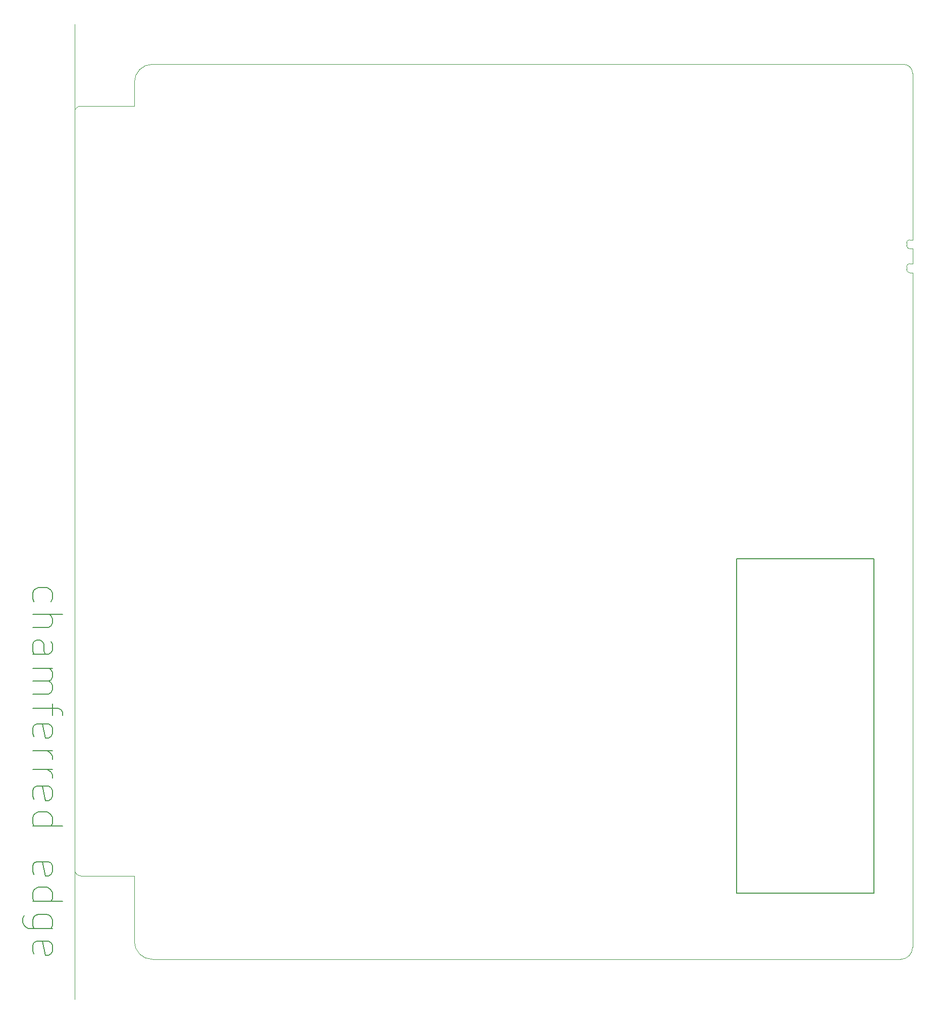
<source format=gm1>
G04 #@! TF.GenerationSoftware,KiCad,Pcbnew,(6.0.5-0)*
G04 #@! TF.CreationDate,2022-09-21T23:29:34+09:00*
G04 #@! TF.ProjectId,kepler-x,6b65706c-6572-42d7-982e-6b696361645f,rev?*
G04 #@! TF.SameCoordinates,Original*
G04 #@! TF.FileFunction,Profile,NP*
%FSLAX46Y46*%
G04 Gerber Fmt 4.6, Leading zero omitted, Abs format (unit mm)*
G04 Created by KiCad (PCBNEW (6.0.5-0)) date 2022-09-21 23:29:34*
%MOMM*%
%LPD*%
G01*
G04 APERTURE LIST*
G04 #@! TA.AperFunction,Profile*
%ADD10C,0.100000*%
G04 #@! TD*
G04 #@! TA.AperFunction,Profile*
%ADD11C,0.150000*%
G04 #@! TD*
%ADD12C,0.150000*%
G04 #@! TA.AperFunction,Profile*
%ADD13C,0.120000*%
G04 #@! TD*
G04 APERTURE END LIST*
D10*
X169500000Y-64500000D02*
G75*
G03*
X170000000Y-65000000I500000J0D01*
G01*
X170500000Y-59500000D02*
X170500000Y-31600000D01*
X169999999Y-59499999D02*
X170500000Y-59500000D01*
X169999999Y-63499999D02*
X170500000Y-63500000D01*
X169999999Y-59499999D02*
G75*
G03*
X169499999Y-59999999I1J-500001D01*
G01*
D11*
X164000000Y-169000000D02*
X141000000Y-169000000D01*
X141000000Y-169000000D02*
X141000000Y-113000000D01*
X141000000Y-113000000D02*
X164000000Y-113000000D01*
X164000000Y-113000000D02*
X164000000Y-169000000D01*
D10*
X170500000Y-61000000D02*
X170000000Y-61000000D01*
X30000000Y-23400000D02*
X30000000Y-186800000D01*
X170500000Y-178100000D02*
X170500000Y-65000000D01*
X169500000Y-64500000D02*
X169499999Y-63999999D01*
X169500000Y-60500000D02*
X169499999Y-59999999D01*
X169500000Y-60500000D02*
G75*
G03*
X170000000Y-61000000I500000J0D01*
G01*
X170500000Y-65000000D02*
X170000000Y-65000000D01*
X169999999Y-63499999D02*
G75*
G03*
X169499999Y-63999999I1J-500001D01*
G01*
X170500000Y-63500000D02*
X170500000Y-61000000D01*
D12*
X23176190Y-120147619D02*
X22938095Y-119671428D01*
X22938095Y-118719047D01*
X23176190Y-118242857D01*
X23414285Y-118004761D01*
X23890476Y-117766666D01*
X25319047Y-117766666D01*
X25795238Y-118004761D01*
X26033333Y-118242857D01*
X26271428Y-118719047D01*
X26271428Y-119671428D01*
X26033333Y-120147619D01*
X22938095Y-122290476D02*
X27938095Y-122290476D01*
X22938095Y-124433333D02*
X25557142Y-124433333D01*
X26033333Y-124195238D01*
X26271428Y-123719047D01*
X26271428Y-123004761D01*
X26033333Y-122528571D01*
X25795238Y-122290476D01*
X22938095Y-128957142D02*
X25557142Y-128957142D01*
X26033333Y-128719047D01*
X26271428Y-128242857D01*
X26271428Y-127290476D01*
X26033333Y-126814285D01*
X23176190Y-128957142D02*
X22938095Y-128480952D01*
X22938095Y-127290476D01*
X23176190Y-126814285D01*
X23652380Y-126576190D01*
X24128571Y-126576190D01*
X24604761Y-126814285D01*
X24842857Y-127290476D01*
X24842857Y-128480952D01*
X25080952Y-128957142D01*
X22938095Y-131338095D02*
X26271428Y-131338095D01*
X25795238Y-131338095D02*
X26033333Y-131576190D01*
X26271428Y-132052380D01*
X26271428Y-132766666D01*
X26033333Y-133242857D01*
X25557142Y-133480952D01*
X22938095Y-133480952D01*
X25557142Y-133480952D02*
X26033333Y-133719047D01*
X26271428Y-134195238D01*
X26271428Y-134909523D01*
X26033333Y-135385714D01*
X25557142Y-135623809D01*
X22938095Y-135623809D01*
X26271428Y-137290476D02*
X26271428Y-139195238D01*
X22938095Y-138004761D02*
X27223809Y-138004761D01*
X27700000Y-138242857D01*
X27938095Y-138719047D01*
X27938095Y-139195238D01*
X23176190Y-142766666D02*
X22938095Y-142290476D01*
X22938095Y-141338095D01*
X23176190Y-140861904D01*
X23652380Y-140623809D01*
X25557142Y-140623809D01*
X26033333Y-140861904D01*
X26271428Y-141338095D01*
X26271428Y-142290476D01*
X26033333Y-142766666D01*
X25557142Y-143004761D01*
X25080952Y-143004761D01*
X24604761Y-140623809D01*
X22938095Y-145147619D02*
X26271428Y-145147619D01*
X25319047Y-145147619D02*
X25795238Y-145385714D01*
X26033333Y-145623809D01*
X26271428Y-146100000D01*
X26271428Y-146576190D01*
X22938095Y-148242857D02*
X26271428Y-148242857D01*
X25319047Y-148242857D02*
X25795238Y-148480952D01*
X26033333Y-148719047D01*
X26271428Y-149195238D01*
X26271428Y-149671428D01*
X23176190Y-153242857D02*
X22938095Y-152766666D01*
X22938095Y-151814285D01*
X23176190Y-151338095D01*
X23652380Y-151100000D01*
X25557142Y-151100000D01*
X26033333Y-151338095D01*
X26271428Y-151814285D01*
X26271428Y-152766666D01*
X26033333Y-153242857D01*
X25557142Y-153480952D01*
X25080952Y-153480952D01*
X24604761Y-151100000D01*
X22938095Y-157766666D02*
X27938095Y-157766666D01*
X23176190Y-157766666D02*
X22938095Y-157290476D01*
X22938095Y-156338095D01*
X23176190Y-155861904D01*
X23414285Y-155623809D01*
X23890476Y-155385714D01*
X25319047Y-155385714D01*
X25795238Y-155623809D01*
X26033333Y-155861904D01*
X26271428Y-156338095D01*
X26271428Y-157290476D01*
X26033333Y-157766666D01*
X23176190Y-165861904D02*
X22938095Y-165385714D01*
X22938095Y-164433333D01*
X23176190Y-163957142D01*
X23652380Y-163719047D01*
X25557142Y-163719047D01*
X26033333Y-163957142D01*
X26271428Y-164433333D01*
X26271428Y-165385714D01*
X26033333Y-165861904D01*
X25557142Y-166100000D01*
X25080952Y-166100000D01*
X24604761Y-163719047D01*
X22938095Y-170385714D02*
X27938095Y-170385714D01*
X23176190Y-170385714D02*
X22938095Y-169909523D01*
X22938095Y-168957142D01*
X23176190Y-168480952D01*
X23414285Y-168242857D01*
X23890476Y-168004761D01*
X25319047Y-168004761D01*
X25795238Y-168242857D01*
X26033333Y-168480952D01*
X26271428Y-168957142D01*
X26271428Y-169909523D01*
X26033333Y-170385714D01*
X26271428Y-174909523D02*
X22223809Y-174909523D01*
X21747619Y-174671428D01*
X21509523Y-174433333D01*
X21271428Y-173957142D01*
X21271428Y-173242857D01*
X21509523Y-172766666D01*
X23176190Y-174909523D02*
X22938095Y-174433333D01*
X22938095Y-173480952D01*
X23176190Y-173004761D01*
X23414285Y-172766666D01*
X23890476Y-172528571D01*
X25319047Y-172528571D01*
X25795238Y-172766666D01*
X26033333Y-173004761D01*
X26271428Y-173480952D01*
X26271428Y-174433333D01*
X26033333Y-174909523D01*
X23176190Y-179195238D02*
X22938095Y-178719047D01*
X22938095Y-177766666D01*
X23176190Y-177290476D01*
X23652380Y-177052380D01*
X25557142Y-177052380D01*
X26033333Y-177290476D01*
X26271428Y-177766666D01*
X26271428Y-178719047D01*
X26033333Y-179195238D01*
X25557142Y-179433333D01*
X25080952Y-179433333D01*
X24604761Y-177052380D01*
D13*
X43000000Y-180100000D02*
X50000000Y-180100000D01*
X40000000Y-37100000D02*
X31000000Y-37100000D01*
X40000000Y-166100000D02*
X31000000Y-166100000D01*
X50000000Y-180100000D02*
X168500000Y-180100000D01*
X30000000Y-165100000D02*
X30000000Y-101600000D01*
X40000000Y-177100000D02*
X40000000Y-166100000D01*
X43000000Y-30100000D02*
X169000000Y-30100000D01*
X30000000Y-38100000D02*
X30000000Y-101600000D01*
X40000000Y-33100000D02*
X40000000Y-37100000D01*
X43000000Y-30100000D02*
G75*
G03*
X40000000Y-33100000I0J-3000000D01*
G01*
X40000000Y-177100000D02*
G75*
G03*
X43000000Y-180100000I3000000J0D01*
G01*
X31000000Y-37100000D02*
G75*
G03*
X30000000Y-38100000I-1J-999999D01*
G01*
X168500000Y-180100000D02*
G75*
G03*
X170500000Y-178100000I0J2000000D01*
G01*
X30000000Y-165100000D02*
G75*
G03*
X31000000Y-166100000I999999J-1D01*
G01*
X170500000Y-31600000D02*
G75*
G03*
X169000000Y-30100000I-1500000J0D01*
G01*
M02*

</source>
